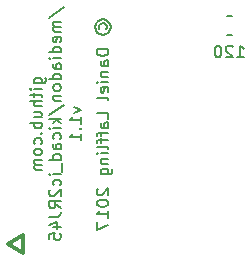
<source format=gbo>
G04 #@! TF.FileFunction,Legend,Bot*
%FSLAX46Y46*%
G04 Gerber Fmt 4.6, Leading zero omitted, Abs format (unit mm)*
G04 Created by KiCad (PCBNEW 4.0.2-stable) date Mittwoch, 01. Februar 2017 'u37' 22:37:39*
%MOMM*%
G01*
G04 APERTURE LIST*
%ADD10C,0.100000*%
%ADD11C,0.200000*%
%ADD12C,0.300000*%
%ADD13C,0.150000*%
G04 APERTURE END LIST*
D10*
D11*
X36012476Y-29568189D02*
X35964857Y-29472951D01*
X35964857Y-29282475D01*
X36012476Y-29187237D01*
X36107714Y-29091999D01*
X36202952Y-29044380D01*
X36393429Y-29044380D01*
X36488667Y-29091999D01*
X36583905Y-29187237D01*
X36631524Y-29282475D01*
X36631524Y-29472951D01*
X36583905Y-29568189D01*
X35631524Y-29377713D02*
X35679143Y-29139618D01*
X35822000Y-28901522D01*
X36060095Y-28758665D01*
X36298190Y-28711046D01*
X36536286Y-28758665D01*
X36774381Y-28901522D01*
X36917238Y-29139618D01*
X36964857Y-29377713D01*
X36917238Y-29615808D01*
X36774381Y-29853903D01*
X36536286Y-29996760D01*
X36298190Y-30044380D01*
X36060095Y-29996760D01*
X35822000Y-29853903D01*
X35679143Y-29615808D01*
X35631524Y-29377713D01*
X36774381Y-31234856D02*
X35774381Y-31234856D01*
X35774381Y-31472951D01*
X35822000Y-31615809D01*
X35917238Y-31711047D01*
X36012476Y-31758666D01*
X36202952Y-31806285D01*
X36345810Y-31806285D01*
X36536286Y-31758666D01*
X36631524Y-31711047D01*
X36726762Y-31615809D01*
X36774381Y-31472951D01*
X36774381Y-31234856D01*
X36774381Y-32663428D02*
X36250571Y-32663428D01*
X36155333Y-32615809D01*
X36107714Y-32520571D01*
X36107714Y-32330094D01*
X36155333Y-32234856D01*
X36726762Y-32663428D02*
X36774381Y-32568190D01*
X36774381Y-32330094D01*
X36726762Y-32234856D01*
X36631524Y-32187237D01*
X36536286Y-32187237D01*
X36441048Y-32234856D01*
X36393429Y-32330094D01*
X36393429Y-32568190D01*
X36345810Y-32663428D01*
X36107714Y-33139618D02*
X36774381Y-33139618D01*
X36202952Y-33139618D02*
X36155333Y-33187237D01*
X36107714Y-33282475D01*
X36107714Y-33425333D01*
X36155333Y-33520571D01*
X36250571Y-33568190D01*
X36774381Y-33568190D01*
X36774381Y-34044380D02*
X36107714Y-34044380D01*
X35774381Y-34044380D02*
X35822000Y-33996761D01*
X35869619Y-34044380D01*
X35822000Y-34091999D01*
X35774381Y-34044380D01*
X35869619Y-34044380D01*
X36726762Y-34901523D02*
X36774381Y-34806285D01*
X36774381Y-34615808D01*
X36726762Y-34520570D01*
X36631524Y-34472951D01*
X36250571Y-34472951D01*
X36155333Y-34520570D01*
X36107714Y-34615808D01*
X36107714Y-34806285D01*
X36155333Y-34901523D01*
X36250571Y-34949142D01*
X36345810Y-34949142D01*
X36441048Y-34472951D01*
X36774381Y-35520570D02*
X36726762Y-35425332D01*
X36631524Y-35377713D01*
X35774381Y-35377713D01*
X36774381Y-37139619D02*
X36774381Y-36663428D01*
X35774381Y-36663428D01*
X36774381Y-37901524D02*
X36250571Y-37901524D01*
X36155333Y-37853905D01*
X36107714Y-37758667D01*
X36107714Y-37568190D01*
X36155333Y-37472952D01*
X36726762Y-37901524D02*
X36774381Y-37806286D01*
X36774381Y-37568190D01*
X36726762Y-37472952D01*
X36631524Y-37425333D01*
X36536286Y-37425333D01*
X36441048Y-37472952D01*
X36393429Y-37568190D01*
X36393429Y-37806286D01*
X36345810Y-37901524D01*
X36107714Y-38234857D02*
X36107714Y-38615809D01*
X36774381Y-38377714D02*
X35917238Y-38377714D01*
X35822000Y-38425333D01*
X35774381Y-38520571D01*
X35774381Y-38615809D01*
X36107714Y-38806286D02*
X36107714Y-39187238D01*
X36774381Y-38949143D02*
X35917238Y-38949143D01*
X35822000Y-38996762D01*
X35774381Y-39092000D01*
X35774381Y-39187238D01*
X36774381Y-39663429D02*
X36726762Y-39568191D01*
X36631524Y-39520572D01*
X35774381Y-39520572D01*
X36774381Y-40044382D02*
X36107714Y-40044382D01*
X35774381Y-40044382D02*
X35822000Y-39996763D01*
X35869619Y-40044382D01*
X35822000Y-40092001D01*
X35774381Y-40044382D01*
X35869619Y-40044382D01*
X36107714Y-40520572D02*
X36774381Y-40520572D01*
X36202952Y-40520572D02*
X36155333Y-40568191D01*
X36107714Y-40663429D01*
X36107714Y-40806287D01*
X36155333Y-40901525D01*
X36250571Y-40949144D01*
X36774381Y-40949144D01*
X36107714Y-41853906D02*
X36917238Y-41853906D01*
X37012476Y-41806287D01*
X37060095Y-41758668D01*
X37107714Y-41663429D01*
X37107714Y-41520572D01*
X37060095Y-41425334D01*
X36726762Y-41853906D02*
X36774381Y-41758668D01*
X36774381Y-41568191D01*
X36726762Y-41472953D01*
X36679143Y-41425334D01*
X36583905Y-41377715D01*
X36298190Y-41377715D01*
X36202952Y-41425334D01*
X36155333Y-41472953D01*
X36107714Y-41568191D01*
X36107714Y-41758668D01*
X36155333Y-41853906D01*
X35869619Y-43044382D02*
X35822000Y-43092001D01*
X35774381Y-43187239D01*
X35774381Y-43425335D01*
X35822000Y-43520573D01*
X35869619Y-43568192D01*
X35964857Y-43615811D01*
X36060095Y-43615811D01*
X36202952Y-43568192D01*
X36774381Y-42996763D01*
X36774381Y-43615811D01*
X35774381Y-44234858D02*
X35774381Y-44330097D01*
X35822000Y-44425335D01*
X35869619Y-44472954D01*
X35964857Y-44520573D01*
X36155333Y-44568192D01*
X36393429Y-44568192D01*
X36583905Y-44520573D01*
X36679143Y-44472954D01*
X36726762Y-44425335D01*
X36774381Y-44330097D01*
X36774381Y-44234858D01*
X36726762Y-44139620D01*
X36679143Y-44092001D01*
X36583905Y-44044382D01*
X36393429Y-43996763D01*
X36155333Y-43996763D01*
X35964857Y-44044382D01*
X35869619Y-44092001D01*
X35822000Y-44139620D01*
X35774381Y-44234858D01*
X36774381Y-45520573D02*
X36774381Y-44949144D01*
X36774381Y-45234858D02*
X35774381Y-45234858D01*
X35917238Y-45139620D01*
X36012476Y-45044382D01*
X36060095Y-44949144D01*
X35774381Y-45853906D02*
X35774381Y-46520573D01*
X36774381Y-46092001D01*
X30481714Y-34139620D02*
X31291238Y-34139620D01*
X31386476Y-34092001D01*
X31434095Y-34044382D01*
X31481714Y-33949143D01*
X31481714Y-33806286D01*
X31434095Y-33711048D01*
X31100762Y-34139620D02*
X31148381Y-34044382D01*
X31148381Y-33853905D01*
X31100762Y-33758667D01*
X31053143Y-33711048D01*
X30957905Y-33663429D01*
X30672190Y-33663429D01*
X30576952Y-33711048D01*
X30529333Y-33758667D01*
X30481714Y-33853905D01*
X30481714Y-34044382D01*
X30529333Y-34139620D01*
X31148381Y-34615810D02*
X30481714Y-34615810D01*
X30148381Y-34615810D02*
X30196000Y-34568191D01*
X30243619Y-34615810D01*
X30196000Y-34663429D01*
X30148381Y-34615810D01*
X30243619Y-34615810D01*
X30481714Y-34949143D02*
X30481714Y-35330095D01*
X30148381Y-35092000D02*
X31005524Y-35092000D01*
X31100762Y-35139619D01*
X31148381Y-35234857D01*
X31148381Y-35330095D01*
X31148381Y-35663429D02*
X30148381Y-35663429D01*
X31148381Y-36092001D02*
X30624571Y-36092001D01*
X30529333Y-36044382D01*
X30481714Y-35949144D01*
X30481714Y-35806286D01*
X30529333Y-35711048D01*
X30576952Y-35663429D01*
X30481714Y-36996763D02*
X31148381Y-36996763D01*
X30481714Y-36568191D02*
X31005524Y-36568191D01*
X31100762Y-36615810D01*
X31148381Y-36711048D01*
X31148381Y-36853906D01*
X31100762Y-36949144D01*
X31053143Y-36996763D01*
X31148381Y-37472953D02*
X30148381Y-37472953D01*
X30529333Y-37472953D02*
X30481714Y-37568191D01*
X30481714Y-37758668D01*
X30529333Y-37853906D01*
X30576952Y-37901525D01*
X30672190Y-37949144D01*
X30957905Y-37949144D01*
X31053143Y-37901525D01*
X31100762Y-37853906D01*
X31148381Y-37758668D01*
X31148381Y-37568191D01*
X31100762Y-37472953D01*
X31053143Y-38377715D02*
X31100762Y-38425334D01*
X31148381Y-38377715D01*
X31100762Y-38330096D01*
X31053143Y-38377715D01*
X31148381Y-38377715D01*
X31100762Y-39282477D02*
X31148381Y-39187239D01*
X31148381Y-38996762D01*
X31100762Y-38901524D01*
X31053143Y-38853905D01*
X30957905Y-38806286D01*
X30672190Y-38806286D01*
X30576952Y-38853905D01*
X30529333Y-38901524D01*
X30481714Y-38996762D01*
X30481714Y-39187239D01*
X30529333Y-39282477D01*
X31148381Y-39853905D02*
X31100762Y-39758667D01*
X31053143Y-39711048D01*
X30957905Y-39663429D01*
X30672190Y-39663429D01*
X30576952Y-39711048D01*
X30529333Y-39758667D01*
X30481714Y-39853905D01*
X30481714Y-39996763D01*
X30529333Y-40092001D01*
X30576952Y-40139620D01*
X30672190Y-40187239D01*
X30957905Y-40187239D01*
X31053143Y-40139620D01*
X31100762Y-40092001D01*
X31148381Y-39996763D01*
X31148381Y-39853905D01*
X31148381Y-40615810D02*
X30481714Y-40615810D01*
X30576952Y-40615810D02*
X30529333Y-40663429D01*
X30481714Y-40758667D01*
X30481714Y-40901525D01*
X30529333Y-40996763D01*
X30624571Y-41044382D01*
X31148381Y-41044382D01*
X30624571Y-41044382D02*
X30529333Y-41092001D01*
X30481714Y-41187239D01*
X30481714Y-41330096D01*
X30529333Y-41425334D01*
X30624571Y-41472953D01*
X31148381Y-41472953D01*
X31700762Y-28568191D02*
X32986476Y-27711048D01*
X32748381Y-28901524D02*
X32081714Y-28901524D01*
X32176952Y-28901524D02*
X32129333Y-28949143D01*
X32081714Y-29044381D01*
X32081714Y-29187239D01*
X32129333Y-29282477D01*
X32224571Y-29330096D01*
X32748381Y-29330096D01*
X32224571Y-29330096D02*
X32129333Y-29377715D01*
X32081714Y-29472953D01*
X32081714Y-29615810D01*
X32129333Y-29711048D01*
X32224571Y-29758667D01*
X32748381Y-29758667D01*
X32700762Y-30615810D02*
X32748381Y-30520572D01*
X32748381Y-30330095D01*
X32700762Y-30234857D01*
X32605524Y-30187238D01*
X32224571Y-30187238D01*
X32129333Y-30234857D01*
X32081714Y-30330095D01*
X32081714Y-30520572D01*
X32129333Y-30615810D01*
X32224571Y-30663429D01*
X32319810Y-30663429D01*
X32415048Y-30187238D01*
X32748381Y-31520572D02*
X31748381Y-31520572D01*
X32700762Y-31520572D02*
X32748381Y-31425334D01*
X32748381Y-31234857D01*
X32700762Y-31139619D01*
X32653143Y-31092000D01*
X32557905Y-31044381D01*
X32272190Y-31044381D01*
X32176952Y-31092000D01*
X32129333Y-31139619D01*
X32081714Y-31234857D01*
X32081714Y-31425334D01*
X32129333Y-31520572D01*
X32748381Y-31996762D02*
X32081714Y-31996762D01*
X31748381Y-31996762D02*
X31796000Y-31949143D01*
X31843619Y-31996762D01*
X31796000Y-32044381D01*
X31748381Y-31996762D01*
X31843619Y-31996762D01*
X32748381Y-32901524D02*
X32224571Y-32901524D01*
X32129333Y-32853905D01*
X32081714Y-32758667D01*
X32081714Y-32568190D01*
X32129333Y-32472952D01*
X32700762Y-32901524D02*
X32748381Y-32806286D01*
X32748381Y-32568190D01*
X32700762Y-32472952D01*
X32605524Y-32425333D01*
X32510286Y-32425333D01*
X32415048Y-32472952D01*
X32367429Y-32568190D01*
X32367429Y-32806286D01*
X32319810Y-32901524D01*
X32748381Y-33806286D02*
X31748381Y-33806286D01*
X32700762Y-33806286D02*
X32748381Y-33711048D01*
X32748381Y-33520571D01*
X32700762Y-33425333D01*
X32653143Y-33377714D01*
X32557905Y-33330095D01*
X32272190Y-33330095D01*
X32176952Y-33377714D01*
X32129333Y-33425333D01*
X32081714Y-33520571D01*
X32081714Y-33711048D01*
X32129333Y-33806286D01*
X32748381Y-34425333D02*
X32700762Y-34330095D01*
X32653143Y-34282476D01*
X32557905Y-34234857D01*
X32272190Y-34234857D01*
X32176952Y-34282476D01*
X32129333Y-34330095D01*
X32081714Y-34425333D01*
X32081714Y-34568191D01*
X32129333Y-34663429D01*
X32176952Y-34711048D01*
X32272190Y-34758667D01*
X32557905Y-34758667D01*
X32653143Y-34711048D01*
X32700762Y-34663429D01*
X32748381Y-34568191D01*
X32748381Y-34425333D01*
X32081714Y-35187238D02*
X32748381Y-35187238D01*
X32176952Y-35187238D02*
X32129333Y-35234857D01*
X32081714Y-35330095D01*
X32081714Y-35472953D01*
X32129333Y-35568191D01*
X32224571Y-35615810D01*
X32748381Y-35615810D01*
X31700762Y-36806286D02*
X32986476Y-35949143D01*
X32748381Y-37139619D02*
X31748381Y-37139619D01*
X32367429Y-37234857D02*
X32748381Y-37520572D01*
X32081714Y-37520572D02*
X32462667Y-37139619D01*
X32748381Y-37949143D02*
X32081714Y-37949143D01*
X31748381Y-37949143D02*
X31796000Y-37901524D01*
X31843619Y-37949143D01*
X31796000Y-37996762D01*
X31748381Y-37949143D01*
X31843619Y-37949143D01*
X32700762Y-38853905D02*
X32748381Y-38758667D01*
X32748381Y-38568190D01*
X32700762Y-38472952D01*
X32653143Y-38425333D01*
X32557905Y-38377714D01*
X32272190Y-38377714D01*
X32176952Y-38425333D01*
X32129333Y-38472952D01*
X32081714Y-38568190D01*
X32081714Y-38758667D01*
X32129333Y-38853905D01*
X32748381Y-39711048D02*
X32224571Y-39711048D01*
X32129333Y-39663429D01*
X32081714Y-39568191D01*
X32081714Y-39377714D01*
X32129333Y-39282476D01*
X32700762Y-39711048D02*
X32748381Y-39615810D01*
X32748381Y-39377714D01*
X32700762Y-39282476D01*
X32605524Y-39234857D01*
X32510286Y-39234857D01*
X32415048Y-39282476D01*
X32367429Y-39377714D01*
X32367429Y-39615810D01*
X32319810Y-39711048D01*
X32748381Y-40615810D02*
X31748381Y-40615810D01*
X32700762Y-40615810D02*
X32748381Y-40520572D01*
X32748381Y-40330095D01*
X32700762Y-40234857D01*
X32653143Y-40187238D01*
X32557905Y-40139619D01*
X32272190Y-40139619D01*
X32176952Y-40187238D01*
X32129333Y-40234857D01*
X32081714Y-40330095D01*
X32081714Y-40520572D01*
X32129333Y-40615810D01*
X32843619Y-40853905D02*
X32843619Y-41615810D01*
X32748381Y-41853905D02*
X32081714Y-41853905D01*
X31748381Y-41853905D02*
X31796000Y-41806286D01*
X31843619Y-41853905D01*
X31796000Y-41901524D01*
X31748381Y-41853905D01*
X31843619Y-41853905D01*
X32700762Y-42758667D02*
X32748381Y-42663429D01*
X32748381Y-42472952D01*
X32700762Y-42377714D01*
X32653143Y-42330095D01*
X32557905Y-42282476D01*
X32272190Y-42282476D01*
X32176952Y-42330095D01*
X32129333Y-42377714D01*
X32081714Y-42472952D01*
X32081714Y-42663429D01*
X32129333Y-42758667D01*
X31843619Y-43139619D02*
X31796000Y-43187238D01*
X31748381Y-43282476D01*
X31748381Y-43520572D01*
X31796000Y-43615810D01*
X31843619Y-43663429D01*
X31938857Y-43711048D01*
X32034095Y-43711048D01*
X32176952Y-43663429D01*
X32748381Y-43092000D01*
X32748381Y-43711048D01*
X32748381Y-44711048D02*
X32272190Y-44377714D01*
X32748381Y-44139619D02*
X31748381Y-44139619D01*
X31748381Y-44520572D01*
X31796000Y-44615810D01*
X31843619Y-44663429D01*
X31938857Y-44711048D01*
X32081714Y-44711048D01*
X32176952Y-44663429D01*
X32224571Y-44615810D01*
X32272190Y-44520572D01*
X32272190Y-44139619D01*
X31748381Y-45425334D02*
X32462667Y-45425334D01*
X32605524Y-45377714D01*
X32700762Y-45282476D01*
X32748381Y-45139619D01*
X32748381Y-45044381D01*
X32081714Y-46330096D02*
X32748381Y-46330096D01*
X31700762Y-46092000D02*
X32415048Y-45853905D01*
X32415048Y-46472953D01*
X31748381Y-47330096D02*
X31748381Y-46853905D01*
X32224571Y-46806286D01*
X32176952Y-46853905D01*
X32129333Y-46949143D01*
X32129333Y-47187239D01*
X32176952Y-47282477D01*
X32224571Y-47330096D01*
X32319810Y-47377715D01*
X32557905Y-47377715D01*
X32653143Y-47330096D01*
X32700762Y-47282477D01*
X32748381Y-47187239D01*
X32748381Y-46949143D01*
X32700762Y-46853905D01*
X32653143Y-46806286D01*
X33821714Y-36163429D02*
X34488381Y-36401524D01*
X33821714Y-36639620D01*
X34488381Y-37544382D02*
X34488381Y-36972953D01*
X34488381Y-37258667D02*
X33488381Y-37258667D01*
X33631238Y-37163429D01*
X33726476Y-37068191D01*
X33774095Y-36972953D01*
X34393143Y-37972953D02*
X34440762Y-38020572D01*
X34488381Y-37972953D01*
X34440762Y-37925334D01*
X34393143Y-37972953D01*
X34488381Y-37972953D01*
X34488381Y-38972953D02*
X34488381Y-38401524D01*
X34488381Y-38687238D02*
X33488381Y-38687238D01*
X33631238Y-38592000D01*
X33726476Y-38496762D01*
X33774095Y-38401524D01*
D12*
X28246000Y-47740000D02*
X29516000Y-46978000D01*
X29516000Y-46978000D02*
X29516000Y-48502000D01*
X29516000Y-48502000D02*
X28246000Y-47740000D01*
D13*
X46990000Y-30010100D02*
X46789340Y-30010100D01*
X46990000Y-30010100D02*
X47190660Y-30010100D01*
X47089060Y-28409900D02*
X47190660Y-28409900D01*
X47190660Y-28409900D02*
X46789340Y-28409900D01*
X47656666Y-31948381D02*
X48228095Y-31948381D01*
X47942381Y-31948381D02*
X47942381Y-30948381D01*
X48037619Y-31091238D01*
X48132857Y-31186476D01*
X48228095Y-31234095D01*
X47275714Y-31043619D02*
X47228095Y-30996000D01*
X47132857Y-30948381D01*
X46894761Y-30948381D01*
X46799523Y-30996000D01*
X46751904Y-31043619D01*
X46704285Y-31138857D01*
X46704285Y-31234095D01*
X46751904Y-31376952D01*
X47323333Y-31948381D01*
X46704285Y-31948381D01*
X46085238Y-30948381D02*
X45989999Y-30948381D01*
X45894761Y-30996000D01*
X45847142Y-31043619D01*
X45799523Y-31138857D01*
X45751904Y-31329333D01*
X45751904Y-31567429D01*
X45799523Y-31757905D01*
X45847142Y-31853143D01*
X45894761Y-31900762D01*
X45989999Y-31948381D01*
X46085238Y-31948381D01*
X46180476Y-31900762D01*
X46228095Y-31853143D01*
X46275714Y-31757905D01*
X46323333Y-31567429D01*
X46323333Y-31329333D01*
X46275714Y-31138857D01*
X46228095Y-31043619D01*
X46180476Y-30996000D01*
X46085238Y-30948381D01*
M02*

</source>
